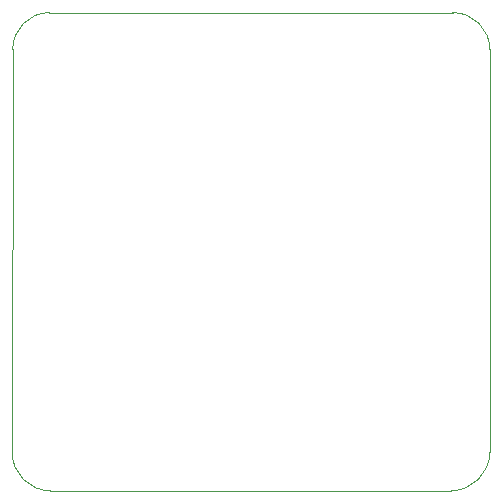
<source format=gbr>
%TF.GenerationSoftware,KiCad,Pcbnew,5.1.10-88a1d61d58~88~ubuntu18.04.1*%
%TF.CreationDate,2022-05-06T23:41:45+07:00*%
%TF.ProjectId,MX8Mx_EVK_MIPI_CSI-TSC_HM5065-ADAPTER,4d58384d-785f-4455-964b-5f4d4950495f,rev?*%
%TF.SameCoordinates,Original*%
%TF.FileFunction,Profile,NP*%
%FSLAX46Y46*%
G04 Gerber Fmt 4.6, Leading zero omitted, Abs format (unit mm)*
G04 Created by KiCad (PCBNEW 5.1.10-88a1d61d58~88~ubuntu18.04.1) date 2022-05-06 23:41:45*
%MOMM*%
%LPD*%
G01*
G04 APERTURE LIST*
%TA.AperFunction,Profile*%
%ADD10C,0.050000*%
%TD*%
G04 APERTURE END LIST*
D10*
X142748000Y-113233200D02*
G75*
G02*
X139461240Y-116519960I-3286760J0D01*
G01*
X105531920Y-116517421D02*
G75*
G02*
X102311200Y-113299240I0J3220721D01*
G01*
X102349300Y-79143860D02*
G75*
G02*
X105458260Y-76034900I3108960J0D01*
G01*
X139613640Y-76037440D02*
G75*
G02*
X142748000Y-79161640I5080J-3129280D01*
G01*
X142748000Y-79161640D02*
X142748000Y-113233200D01*
X105458260Y-76034900D02*
X139613640Y-76037440D01*
X102311200Y-113299240D02*
X102349300Y-79143860D01*
X139461240Y-116519960D02*
X105531920Y-116517421D01*
M02*

</source>
